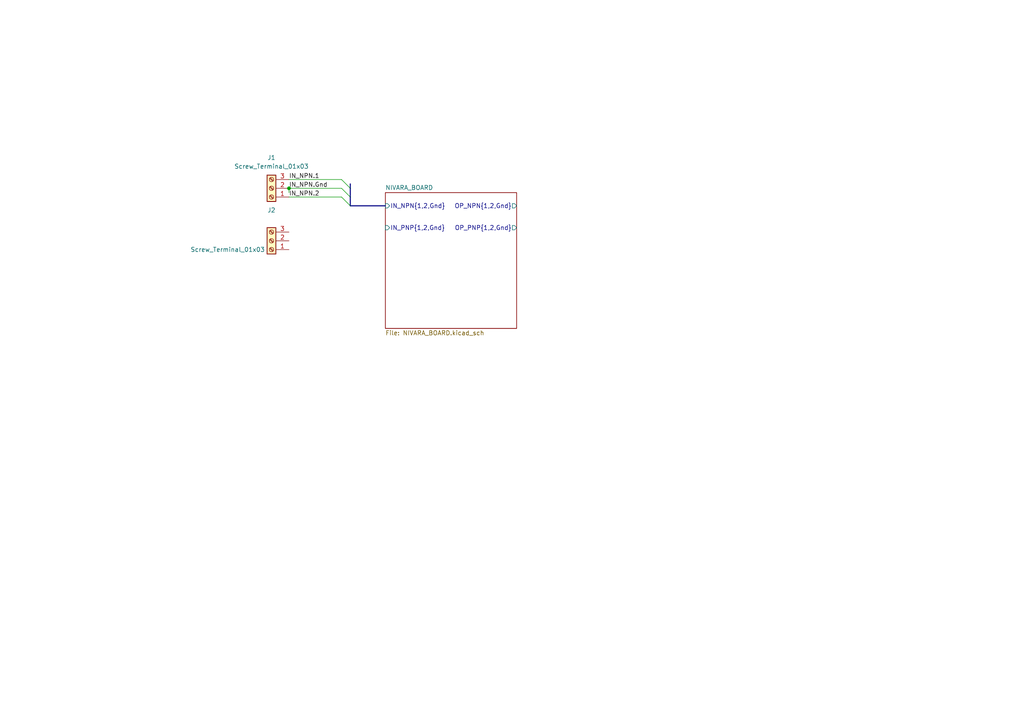
<source format=kicad_sch>
(kicad_sch (version 20250114) (generator "eeschema") (generator_version "9.0")
  (paper "A4")
  (lib_symbols
    (symbol "Connector:Screw_Terminal_01x03" (pin_names (offset 1.016) (hide yes))
      (property "Reference" "J" (at 0 5.08 0))
      (property "Value" "Screw_Terminal_01x03" (at 0 -5.08 0))
      (symbol "Screw_Terminal_01x03_1_1"
        (rectangle (start -1.27 3.81) (end 1.27 -3.81) (stroke (width 0.254)) (fill (type background)))
        (polyline (pts (xy -0.5334 2.8702) (xy 0.3302 2.032)) (stroke (width 0.1524)))
        (polyline (pts (xy -0.5334 0.3302) (xy 0.3302 -0.508)) (stroke (width 0.1524)))
        (polyline (pts (xy -0.5334 -2.2098) (xy 0.3302 -3.048)) (stroke (width 0.1524)))
        (polyline (pts (xy -0.3556 3.048) (xy 0.508 2.2098)) (stroke (width 0.1524)))
        (polyline (pts (xy -0.3556 0.508) (xy 0.508 -0.3302)) (stroke (width 0.1524)))
        (polyline (pts (xy -0.3556 -2.032) (xy 0.508 -2.8702)) (stroke (width 0.1524)))
        (circle (center 0 2.54) (radius 0.635) (stroke (width 0.1524)))
        (circle (center 0 0) (radius 0.635) (stroke (width 0.1524)))
        (circle (center 0 -2.54) (radius 0.635) (stroke (width 0.1524)))
        (pin passive line (at -5.08 2.54 0) (length 3.81) (name "Pin_1") (number "1"))
        (pin passive line (at -5.08 0 0) (length 3.81) (name "Pin_2") (number "2"))
        (pin passive line (at -5.08 -2.54 0) (length 3.81) (name "Pin_3") (number "3"))
      )
    )
  )
  (junction (at 83.82 54.61))
  (bus_entry (at 101.6 59.69) (size -2.54 -2.54))
  (bus_entry (at 101.6 57.15) (size -2.54 -2.54))
  (bus_entry (at 101.6 54.61) (size -2.54 -2.54))
  (wire (pts (xy 83.82 54.61) (xy 83.82 55.88)))
  (bus (pts (xy 111.76 59.69) (xy 101.6 59.69)))
  (bus (pts (xy 101.6 57.15) (xy 101.6 54.61)))
  (wire (pts (xy 83.82 57.15) (xy 99.06 57.15)))
  (wire (pts (xy 99.06 54.61) (xy 83.82 54.61)))
  (bus (pts (xy 101.6 59.69) (xy 101.6 57.15)))
  (wire (pts (xy 99.06 52.07) (xy 83.82 52.07)))
  (bus (pts (xy 101.6 54.61) (xy 101.6 53.34)))
  (label "IN_NPN.Gnd" (at 83.82 54.61 0))
  (label "IN_NPN.1" (at 83.82 52.07 0))
  (label "IN_NPN.2" (at 83.82 57.15 0))
  (symbol (lib_id "Connector:Screw_Terminal_01x03") (at 78.74 69.85 180) (unit 1)
    (property "Reference" "J2" (at 78.74 60.96 0))
    (property "Value" "Screw_Terminal_01x03" (at 66.04 72.39 0))
    (property "Footprint" "TerminalBlock_4Ucon:TerminalBlock_4Ucon_1x03_P3.50mm_Horizontal" (effects (hide yes)))
    (property "Description" "Generic screw terminal, single row, 01x03, script generated (kicad-library-utils/schlib/autogen/connector/)" (effects (hide yes)))
  )
  (symbol (lib_id "Connector:Screw_Terminal_01x03") (at 78.74 54.61 180) (unit 1)
    (property "Reference" "J1" (at 78.74 45.72 0))
    (property "Value" "Screw_Terminal_01x03" (at 78.74 48.26 0))
    (property "Footprint" "TerminalBlock:TerminalBlock_bornier-3_P5.08mm" (effects (hide yes)))
    (property "Description" "Generic screw terminal, single row, 01x03, script generated (kicad-library-utils/schlib/autogen/connector/)" (effects (hide yes)))
  )
  (sheet (at 111.76 55.88) (size 38.1 39.37) (stroke (width 0.1524))
    (property "Sheetname" "NIVARA_BOARD" (at 111.76 55.1684 0) (effects (justify left bottom)))
    (property "Sheetfile" "NIVARA_BOARD.kicad_sch" (at 111.76 95.8346 0) (effects (justify left top)))
    (pin "IN_NPN{1,2,Gnd}" input (at 111.76 59.69 180))
    (pin "OP_NPN{1,2,Gnd}" output (at 149.86 59.69 0))
    (pin "IN_PNP{1,2,Gnd}" input (at 111.76 66.04 180))
    (pin "OP_PNP{1,2,Gnd}" output (at 149.86 66.04 0))
  )
)
</source>
